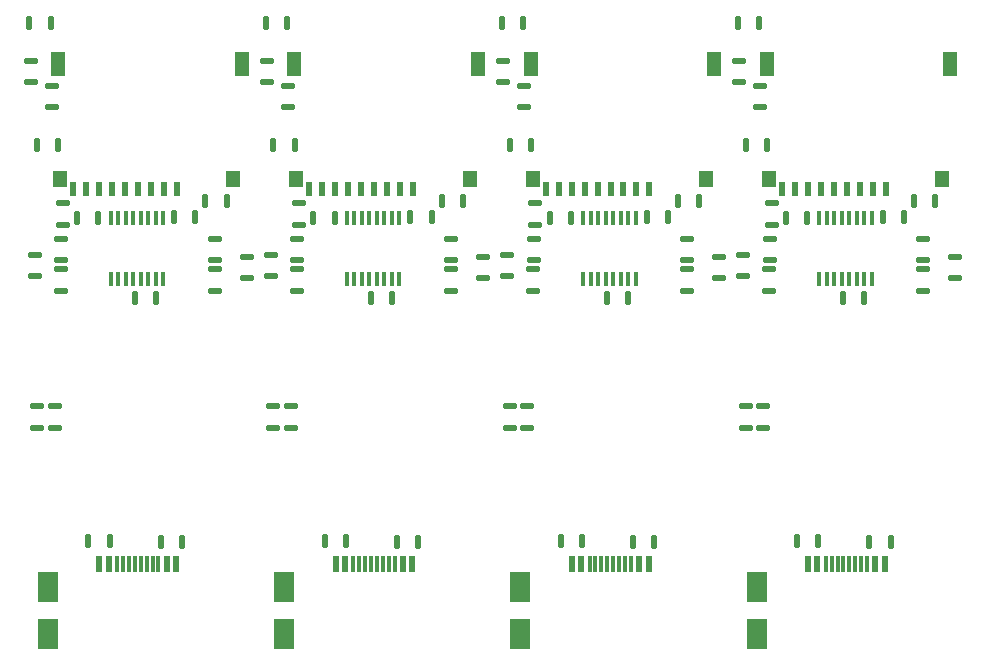
<source format=gbr>
%TF.GenerationSoftware,KiCad,Pcbnew,(6.0.7)*%
%TF.CreationDate,2023-08-28T04:04:33+08:00*%
%TF.ProjectId,USB_Hub_Panelization,5553425f-4875-4625-9f50-616e656c697a,rev?*%
%TF.SameCoordinates,Original*%
%TF.FileFunction,Paste,Bot*%
%TF.FilePolarity,Positive*%
%FSLAX46Y46*%
G04 Gerber Fmt 4.6, Leading zero omitted, Abs format (unit mm)*
G04 Created by KiCad (PCBNEW (6.0.7)) date 2023-08-28 04:04:33*
%MOMM*%
%LPD*%
G01*
G04 APERTURE LIST*
G04 Aperture macros list*
%AMRoundRect*
0 Rectangle with rounded corners*
0 $1 Rounding radius*
0 $2 $3 $4 $5 $6 $7 $8 $9 X,Y pos of 4 corners*
0 Add a 4 corners polygon primitive as box body*
4,1,4,$2,$3,$4,$5,$6,$7,$8,$9,$2,$3,0*
0 Add four circle primitives for the rounded corners*
1,1,$1+$1,$2,$3*
1,1,$1+$1,$4,$5*
1,1,$1+$1,$6,$7*
1,1,$1+$1,$8,$9*
0 Add four rect primitives between the rounded corners*
20,1,$1+$1,$2,$3,$4,$5,0*
20,1,$1+$1,$4,$5,$6,$7,0*
20,1,$1+$1,$6,$7,$8,$9,0*
20,1,$1+$1,$8,$9,$2,$3,0*%
G04 Aperture macros list end*
%ADD10RoundRect,0.125000X0.475000X-0.125000X0.475000X0.125000X-0.475000X0.125000X-0.475000X-0.125000X0*%
%ADD11RoundRect,0.121951X0.478049X-0.128049X0.478049X0.128049X-0.478049X0.128049X-0.478049X-0.128049X0*%
%ADD12RoundRect,0.121951X-0.128049X-0.478049X0.128049X-0.478049X0.128049X0.478049X-0.128049X0.478049X0*%
%ADD13R,1.800000X2.500000*%
%ADD14RoundRect,0.121951X-0.478049X0.128049X-0.478049X-0.128049X0.478049X-0.128049X0.478049X0.128049X0*%
%ADD15RoundRect,0.125000X0.125000X0.475000X-0.125000X0.475000X-0.125000X-0.475000X0.125000X-0.475000X0*%
%ADD16RoundRect,0.125000X-0.125000X-0.475000X0.125000X-0.475000X0.125000X0.475000X-0.125000X0.475000X0*%
%ADD17RoundRect,0.121951X0.128049X0.478049X-0.128049X0.478049X-0.128049X-0.478049X0.128049X-0.478049X0*%
%ADD18R,0.600000X1.450000*%
%ADD19R,0.300000X1.450000*%
%ADD20RoundRect,0.125000X-0.475000X0.125000X-0.475000X-0.125000X0.475000X-0.125000X0.475000X0.125000X0*%
%ADD21R,0.400000X1.200000*%
%ADD22R,1.200000X1.400000*%
%ADD23R,1.200000X2.000000*%
%ADD24R,0.600000X1.300000*%
G04 APERTURE END LIST*
D10*
%TO.C,C12*%
X140448788Y-97112124D03*
X140448788Y-98912124D03*
%TD*%
D11*
%TO.C,R10*%
X140248788Y-84262124D03*
X140248788Y-86062124D03*
%TD*%
D12*
%TO.C,R1*%
X141598788Y-64662124D03*
X139798788Y-64662124D03*
%TD*%
D11*
%TO.C,R6*%
X142498788Y-82912124D03*
X142498788Y-84712124D03*
%TD*%
D13*
%TO.C,D1*%
X141373788Y-116412124D03*
X141373788Y-112412124D03*
%TD*%
D10*
%TO.C,C8*%
X141948788Y-97112124D03*
X141948788Y-98912124D03*
%TD*%
D14*
%TO.C,R14*%
X155498788Y-87312124D03*
X155498788Y-85512124D03*
%TD*%
D15*
%TO.C,C16*%
X148698788Y-87912124D03*
X150498788Y-87912124D03*
%TD*%
D16*
%TO.C,C14*%
X153848788Y-81062124D03*
X152048788Y-81062124D03*
%TD*%
D17*
%TO.C,R3*%
X144798788Y-108537124D03*
X146598788Y-108537124D03*
%TD*%
D18*
%TO.C,P2*%
X152223788Y-110467124D03*
X151423788Y-110467124D03*
D19*
X150723788Y-110467124D03*
X149723788Y-110467124D03*
X148223788Y-110467124D03*
X147223788Y-110467124D03*
D18*
X146523788Y-110467124D03*
X145723788Y-110467124D03*
X145723788Y-110467124D03*
X146523788Y-110467124D03*
D19*
X147723788Y-110467124D03*
X148723788Y-110467124D03*
X149223788Y-110467124D03*
X150223788Y-110467124D03*
D18*
X151423788Y-110467124D03*
X152223788Y-110467124D03*
%TD*%
D12*
%TO.C,R4*%
X152723788Y-108562124D03*
X150923788Y-108562124D03*
%TD*%
D11*
%TO.C,R13*%
X139898788Y-67862124D03*
X139898788Y-69662124D03*
%TD*%
D14*
%TO.C,R5*%
X142448788Y-87312124D03*
X142448788Y-85512124D03*
%TD*%
D15*
%TO.C,C13*%
X143848788Y-81162124D03*
X145648788Y-81162124D03*
%TD*%
D20*
%TO.C,C2*%
X141698788Y-71787124D03*
X141698788Y-69987124D03*
%TD*%
D16*
%TO.C,C20*%
X142248788Y-74962124D03*
X140448788Y-74962124D03*
%TD*%
D21*
%TO.C,U2*%
X146676288Y-86362124D03*
X147311288Y-86362124D03*
X147946288Y-86362124D03*
X148581288Y-86362124D03*
X149216288Y-86362124D03*
X149851288Y-86362124D03*
X150486288Y-86362124D03*
X151121288Y-86362124D03*
X151121288Y-81162124D03*
X150486288Y-81162124D03*
X149851288Y-81162124D03*
X149216288Y-81162124D03*
X148581288Y-81162124D03*
X147946288Y-81162124D03*
X147311288Y-81162124D03*
X146676288Y-81162124D03*
%TD*%
D16*
%TO.C,C17*%
X156498788Y-79712124D03*
X154698788Y-79712124D03*
%TD*%
D10*
%TO.C,C10*%
X142648788Y-79912124D03*
X142648788Y-81712124D03*
%TD*%
D11*
%TO.C,R15*%
X155498788Y-82912124D03*
X155498788Y-84712124D03*
%TD*%
%TO.C,R7*%
X158198788Y-84462124D03*
X158198788Y-86262124D03*
%TD*%
D22*
%TO.C,Card1*%
X157079788Y-77838124D03*
D23*
X157758788Y-68136124D03*
X142238788Y-68136124D03*
D22*
X142399788Y-77838124D03*
D24*
X143499788Y-78688124D03*
X144599788Y-78688124D03*
X145699788Y-78688124D03*
X146799788Y-78688124D03*
X147899788Y-78688124D03*
X148999788Y-78688124D03*
X150099788Y-78688124D03*
X151199788Y-78688124D03*
X152299788Y-78688124D03*
%TD*%
D10*
%TO.C,C12*%
X120448788Y-97112124D03*
X120448788Y-98912124D03*
%TD*%
D14*
%TO.C,R5*%
X122448788Y-87312124D03*
X122448788Y-85512124D03*
%TD*%
D16*
%TO.C,C17*%
X136498788Y-79712124D03*
X134698788Y-79712124D03*
%TD*%
D12*
%TO.C,R1*%
X121598788Y-64662124D03*
X119798788Y-64662124D03*
%TD*%
D10*
%TO.C,C8*%
X121948788Y-97112124D03*
X121948788Y-98912124D03*
%TD*%
D12*
%TO.C,R4*%
X132723788Y-108562124D03*
X130923788Y-108562124D03*
%TD*%
D15*
%TO.C,C16*%
X128698788Y-87912124D03*
X130498788Y-87912124D03*
%TD*%
D16*
%TO.C,C14*%
X133848788Y-81062124D03*
X132048788Y-81062124D03*
%TD*%
D14*
%TO.C,R14*%
X135498788Y-87312124D03*
X135498788Y-85512124D03*
%TD*%
D21*
%TO.C,U2*%
X126676288Y-86362124D03*
X127311288Y-86362124D03*
X127946288Y-86362124D03*
X128581288Y-86362124D03*
X129216288Y-86362124D03*
X129851288Y-86362124D03*
X130486288Y-86362124D03*
X131121288Y-86362124D03*
X131121288Y-81162124D03*
X130486288Y-81162124D03*
X129851288Y-81162124D03*
X129216288Y-81162124D03*
X128581288Y-81162124D03*
X127946288Y-81162124D03*
X127311288Y-81162124D03*
X126676288Y-81162124D03*
%TD*%
D17*
%TO.C,R3*%
X124798788Y-108537124D03*
X126598788Y-108537124D03*
%TD*%
D11*
%TO.C,R13*%
X119898788Y-67862124D03*
X119898788Y-69662124D03*
%TD*%
D20*
%TO.C,C2*%
X121698788Y-71787124D03*
X121698788Y-69987124D03*
%TD*%
D16*
%TO.C,C20*%
X122248788Y-74962124D03*
X120448788Y-74962124D03*
%TD*%
D15*
%TO.C,C13*%
X123848788Y-81162124D03*
X125648788Y-81162124D03*
%TD*%
D13*
%TO.C,D1*%
X121373788Y-116412124D03*
X121373788Y-112412124D03*
%TD*%
D11*
%TO.C,R6*%
X122498788Y-82912124D03*
X122498788Y-84712124D03*
%TD*%
%TO.C,R15*%
X135498788Y-82912124D03*
X135498788Y-84712124D03*
%TD*%
D22*
%TO.C,Card1*%
X137079788Y-77838124D03*
D23*
X137758788Y-68136124D03*
X122238788Y-68136124D03*
D22*
X122399788Y-77838124D03*
D24*
X123499788Y-78688124D03*
X124599788Y-78688124D03*
X125699788Y-78688124D03*
X126799788Y-78688124D03*
X127899788Y-78688124D03*
X128999788Y-78688124D03*
X130099788Y-78688124D03*
X131199788Y-78688124D03*
X132299788Y-78688124D03*
%TD*%
D11*
%TO.C,R7*%
X138198788Y-84462124D03*
X138198788Y-86262124D03*
%TD*%
D18*
%TO.C,P2*%
X132223788Y-110467124D03*
X131423788Y-110467124D03*
D19*
X130723788Y-110467124D03*
X129723788Y-110467124D03*
X128223788Y-110467124D03*
X127223788Y-110467124D03*
D18*
X126523788Y-110467124D03*
X125723788Y-110467124D03*
X125723788Y-110467124D03*
X126523788Y-110467124D03*
D19*
X127723788Y-110467124D03*
X128723788Y-110467124D03*
X129223788Y-110467124D03*
X130223788Y-110467124D03*
D18*
X131423788Y-110467124D03*
X132223788Y-110467124D03*
%TD*%
D10*
%TO.C,C10*%
X122648788Y-79912124D03*
X122648788Y-81712124D03*
%TD*%
D11*
%TO.C,R10*%
X120248788Y-84262124D03*
X120248788Y-86062124D03*
%TD*%
D12*
%TO.C,R1*%
X101598788Y-64662124D03*
X99798788Y-64662124D03*
%TD*%
D11*
%TO.C,R6*%
X102498788Y-82912124D03*
X102498788Y-84712124D03*
%TD*%
D10*
%TO.C,C8*%
X101948788Y-97112124D03*
X101948788Y-98912124D03*
%TD*%
D18*
%TO.C,P2*%
X112223788Y-110467124D03*
X111423788Y-110467124D03*
D19*
X110723788Y-110467124D03*
X109723788Y-110467124D03*
X108223788Y-110467124D03*
X107223788Y-110467124D03*
D18*
X106523788Y-110467124D03*
X105723788Y-110467124D03*
X105723788Y-110467124D03*
X106523788Y-110467124D03*
D19*
X107723788Y-110467124D03*
X108723788Y-110467124D03*
X109223788Y-110467124D03*
X110223788Y-110467124D03*
D18*
X111423788Y-110467124D03*
X112223788Y-110467124D03*
%TD*%
D10*
%TO.C,C10*%
X102648788Y-79912124D03*
X102648788Y-81712124D03*
%TD*%
D12*
%TO.C,R4*%
X112723788Y-108562124D03*
X110923788Y-108562124D03*
%TD*%
D14*
%TO.C,R14*%
X115498788Y-87312124D03*
X115498788Y-85512124D03*
%TD*%
%TO.C,R5*%
X102448788Y-87312124D03*
X102448788Y-85512124D03*
%TD*%
D15*
%TO.C,C13*%
X103848788Y-81162124D03*
X105648788Y-81162124D03*
%TD*%
D21*
%TO.C,U2*%
X106676288Y-86362124D03*
X107311288Y-86362124D03*
X107946288Y-86362124D03*
X108581288Y-86362124D03*
X109216288Y-86362124D03*
X109851288Y-86362124D03*
X110486288Y-86362124D03*
X111121288Y-86362124D03*
X111121288Y-81162124D03*
X110486288Y-81162124D03*
X109851288Y-81162124D03*
X109216288Y-81162124D03*
X108581288Y-81162124D03*
X107946288Y-81162124D03*
X107311288Y-81162124D03*
X106676288Y-81162124D03*
%TD*%
D10*
%TO.C,C12*%
X100448788Y-97112124D03*
X100448788Y-98912124D03*
%TD*%
D17*
%TO.C,R3*%
X104798788Y-108537124D03*
X106598788Y-108537124D03*
%TD*%
D11*
%TO.C,R13*%
X99898788Y-67862124D03*
X99898788Y-69662124D03*
%TD*%
D16*
%TO.C,C14*%
X113848788Y-81062124D03*
X112048788Y-81062124D03*
%TD*%
D11*
%TO.C,R10*%
X100248788Y-84262124D03*
X100248788Y-86062124D03*
%TD*%
D20*
%TO.C,C2*%
X101698788Y-71787124D03*
X101698788Y-69987124D03*
%TD*%
D16*
%TO.C,C20*%
X102248788Y-74962124D03*
X100448788Y-74962124D03*
%TD*%
D13*
%TO.C,D1*%
X101373788Y-116412124D03*
X101373788Y-112412124D03*
%TD*%
D11*
%TO.C,R15*%
X115498788Y-82912124D03*
X115498788Y-84712124D03*
%TD*%
D22*
%TO.C,Card1*%
X117079788Y-77838124D03*
D23*
X117758788Y-68136124D03*
X102238788Y-68136124D03*
D22*
X102399788Y-77838124D03*
D24*
X103499788Y-78688124D03*
X104599788Y-78688124D03*
X105699788Y-78688124D03*
X106799788Y-78688124D03*
X107899788Y-78688124D03*
X108999788Y-78688124D03*
X110099788Y-78688124D03*
X111199788Y-78688124D03*
X112299788Y-78688124D03*
%TD*%
D11*
%TO.C,R7*%
X118198788Y-84462124D03*
X118198788Y-86262124D03*
%TD*%
D15*
%TO.C,C16*%
X108698788Y-87912124D03*
X110498788Y-87912124D03*
%TD*%
D16*
%TO.C,C17*%
X116498788Y-79712124D03*
X114698788Y-79712124D03*
%TD*%
D12*
%TO.C,R1*%
X81598788Y-64662124D03*
X79798788Y-64662124D03*
%TD*%
D11*
%TO.C,R13*%
X79898788Y-67862124D03*
X79898788Y-69662124D03*
%TD*%
D22*
%TO.C,Card1*%
X97079788Y-77838124D03*
D23*
X97758788Y-68136124D03*
X82238788Y-68136124D03*
D22*
X82399788Y-77838124D03*
D24*
X83499788Y-78688124D03*
X84599788Y-78688124D03*
X85699788Y-78688124D03*
X86799788Y-78688124D03*
X87899788Y-78688124D03*
X88999788Y-78688124D03*
X90099788Y-78688124D03*
X91199788Y-78688124D03*
X92299788Y-78688124D03*
%TD*%
D15*
%TO.C,C16*%
X88698788Y-87912124D03*
X90498788Y-87912124D03*
%TD*%
D18*
%TO.C,P2*%
X92223788Y-110467124D03*
X91423788Y-110467124D03*
D19*
X90723788Y-110467124D03*
X89723788Y-110467124D03*
X88223788Y-110467124D03*
X87223788Y-110467124D03*
D18*
X86523788Y-110467124D03*
X85723788Y-110467124D03*
X85723788Y-110467124D03*
X86523788Y-110467124D03*
D19*
X87723788Y-110467124D03*
X88723788Y-110467124D03*
X89223788Y-110467124D03*
X90223788Y-110467124D03*
D18*
X91423788Y-110467124D03*
X92223788Y-110467124D03*
%TD*%
D14*
%TO.C,R5*%
X82448788Y-87312124D03*
X82448788Y-85512124D03*
%TD*%
D11*
%TO.C,R7*%
X98198788Y-84462124D03*
X98198788Y-86262124D03*
%TD*%
D14*
%TO.C,R14*%
X95498788Y-87312124D03*
X95498788Y-85512124D03*
%TD*%
D10*
%TO.C,C12*%
X80448788Y-97112124D03*
X80448788Y-98912124D03*
%TD*%
D11*
%TO.C,R10*%
X80248788Y-84262124D03*
X80248788Y-86062124D03*
%TD*%
D16*
%TO.C,C14*%
X93848788Y-81062124D03*
X92048788Y-81062124D03*
%TD*%
D10*
%TO.C,C8*%
X81948788Y-97112124D03*
X81948788Y-98912124D03*
%TD*%
D20*
%TO.C,C2*%
X81698788Y-71787124D03*
X81698788Y-69987124D03*
%TD*%
D16*
%TO.C,C17*%
X96498788Y-79712124D03*
X94698788Y-79712124D03*
%TD*%
D13*
%TO.C,D1*%
X81373788Y-116412124D03*
X81373788Y-112412124D03*
%TD*%
D21*
%TO.C,U2*%
X86676288Y-86362124D03*
X87311288Y-86362124D03*
X87946288Y-86362124D03*
X88581288Y-86362124D03*
X89216288Y-86362124D03*
X89851288Y-86362124D03*
X90486288Y-86362124D03*
X91121288Y-86362124D03*
X91121288Y-81162124D03*
X90486288Y-81162124D03*
X89851288Y-81162124D03*
X89216288Y-81162124D03*
X88581288Y-81162124D03*
X87946288Y-81162124D03*
X87311288Y-81162124D03*
X86676288Y-81162124D03*
%TD*%
D16*
%TO.C,C20*%
X82248788Y-74962124D03*
X80448788Y-74962124D03*
%TD*%
D17*
%TO.C,R3*%
X84798788Y-108537124D03*
X86598788Y-108537124D03*
%TD*%
D12*
%TO.C,R4*%
X92723788Y-108562124D03*
X90923788Y-108562124D03*
%TD*%
D11*
%TO.C,R6*%
X82498788Y-82912124D03*
X82498788Y-84712124D03*
%TD*%
%TO.C,R15*%
X95498788Y-82912124D03*
X95498788Y-84712124D03*
%TD*%
D15*
%TO.C,C13*%
X83848788Y-81162124D03*
X85648788Y-81162124D03*
%TD*%
D10*
%TO.C,C10*%
X82648788Y-79912124D03*
X82648788Y-81712124D03*
%TD*%
M02*

</source>
